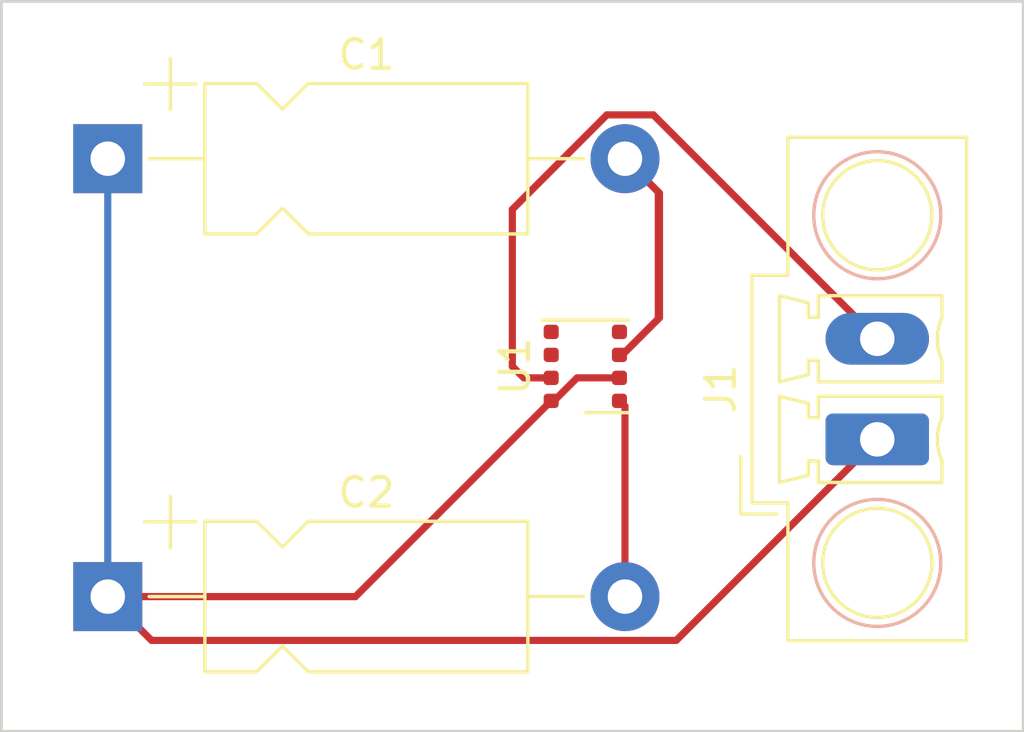
<source format=kicad_pcb>
(kicad_pcb (version 20211014) (generator pcbnew)
  (layers (0 "F.Cu" signal) (31 "B.Cu" signal) (34 "B.Paste" user) (35 "F.Paste" user) (36 "B.SilkS" user "B.Silkscreen") (37 "F.SilkS" user "F.Silkscreen") (38 "B.Mask" user) (39 "F.Mask" user) (44 "Edge.Cuts" user))
  (net 0 "")
  (net 1 "VDD")
  (net 2 "Net-(C1-Pad2)")
  (net 3 "Net-(C2-Pad2)")
  (net 4 "CSB")
  (net 5 "SDI")
  (net 6 "SCK")
  (net 7 "SDO")
  (footprint "Capacitor_THT:CP_Axial_L11.0mm_D5.0mm_P18.00mm_Horizontal" (layer "F.Cu") (at 74.82 63.8925)
    (fp_text reference "C1" (at 9 -3.62) (layer "F.SilkS"))
    (fp_text value "0.1uF")
    (fp_line (start 6.08 -1.72) (end 6.98 -2.62) (layer "F.SilkS") (width 0.12))
    (fp_line (start 5.18 -2.62) (end 6.08 -1.72) (layer "F.SilkS") (width 0.12))
    (fp_line (start 1.44 0) (end 3.38 0) (layer "F.SilkS") (width 0.12))
    (fp_line (start 16.56 0) (end 14.62 0) (layer "F.SilkS") (width 0.12))
    (fp_line (start 5.18 2.62) (end 6.08 1.72) (layer "F.SilkS") (width 0.12))
    (fp_line (start 3.38 -2.62) (end 5.18 -2.62) (layer "F.SilkS") (width 0.12))
    (fp_line (start 1.28 -2.6) (end 3.08 -2.6) (layer "F.SilkS") (width 0.12))
    (fp_line (start 14.62 -2.62) (end 14.62 2.62) (layer "F.SilkS") (width 0.12))
    (fp_line (start 3.38 -2.62) (end 3.38 2.62) (layer "F.SilkS") (width 0.12))
    (fp_line (start 2.18 -3.5) (end 2.18 -1.7) (layer "F.SilkS") (width 0.12))
    (fp_line (start 6.98 -2.62) (end 14.62 -2.62) (layer "F.SilkS") (width 0.12))
    (fp_line (start 6.08 1.72) (end 6.98 2.62) (layer "F.SilkS") (width 0.12))
    (fp_line (start 6.98 2.62) (end 14.62 2.62) (layer "F.SilkS") (width 0.12))
    (fp_line (start 3.38 2.62) (end 5.18 2.62) (layer "F.SilkS") (width 0.12))
    (pad "1" thru_hole rect (at 0 0) (size 2.4 2.4) (drill 1.2) (layers *.Cu *.Mask) (net 1 "VDD"))
    (pad "2" thru_hole oval (at 18 0) (size 2.4 2.4) (drill 1.2) (layers *.Cu *.Mask) (net 2 "Net-(C1-Pad2)"))
  )
  (footprint "Capacitor_THT:CP_Axial_L11.0mm_D5.0mm_P18.00mm_Horizontal" (layer "F.Cu") (at 74.82 79.1325)
    (fp_text reference "C2" (at 9 -3.62) (layer "F.SilkS"))
    (fp_text value "0.1uF")
    (fp_line (start 16.56 0) (end 14.62 0) (layer "F.SilkS") (width 0.12))
    (fp_line (start 6.08 1.72) (end 6.98 2.62) (layer "F.SilkS") (width 0.12))
    (fp_line (start 2.18 -3.5) (end 2.18 -1.7) (layer "F.SilkS") (width 0.12))
    (fp_line (start 6.08 -1.72) (end 6.98 -2.62) (layer "F.SilkS") (width 0.12))
    (fp_line (start 1.44 0) (end 3.38 0) (layer "F.SilkS") (width 0.12))
    (fp_line (start 6.98 -2.62) (end 14.62 -2.62) (layer "F.SilkS") (width 0.12))
    (fp_line (start 3.38 -2.62) (end 3.38 2.62) (layer "F.SilkS") (width 0.12))
    (fp_line (start 3.38 -2.62) (end 5.18 -2.62) (layer "F.SilkS") (width 0.12))
    (fp_line (start 6.98 2.62) (end 14.62 2.62) (layer "F.SilkS") (width 0.12))
    (fp_line (start 5.18 2.62) (end 6.08 1.72) (layer "F.SilkS") (width 0.12))
    (fp_line (start 1.28 -2.6) (end 3.08 -2.6) (layer "F.SilkS") (width 0.12))
    (fp_line (start 3.38 2.62) (end 5.18 2.62) (layer "F.SilkS") (width 0.12))
    (fp_line (start 14.62 -2.62) (end 14.62 2.62) (layer "F.SilkS") (width 0.12))
    (fp_line (start 5.18 -2.62) (end 6.08 -1.72) (layer "F.SilkS") (width 0.12))
    (pad "1" thru_hole rect (at 0 0) (size 2.4 2.4) (drill 1.2) (layers *.Cu *.Mask) (net 1 "VDD"))
    (pad "2" thru_hole oval (at 18 0) (size 2.4 2.4) (drill 1.2) (layers *.Cu *.Mask) (net 3 "Net-(C2-Pad2)"))
  )
  (footprint "Package_LGA:Bosch_LGA-8_3x3mm_P0.8mm_ClockwisePinNumbering" (layer "F.Cu") (at 91.44 71.12 90)
    (fp_text reference "U1" (at 0 -2.45 90) (layer "F.SilkS"))
    (fp_text value "BME680")
    (fp_line (start 1.61 -1.5) (end 1.61 1.5) (layer "F.SilkS") (width 0.12))
    (fp_line (start -1.61 0) (end -1.61 1.5) (layer "F.SilkS") (width 0.12))
    (pad "1" smd roundrect (at -1.2 -1.1875 90) (size 0.5 0.525) (layers "F.Cu" "F.Paste" "F.Mask") (net 1 "VDD"))
    (pad "2" smd roundrect (at -0.4 -1.1875 90) (size 0.5 0.525) (layers "F.Cu" "F.Paste" "F.Mask") (net 4 "CSB"))
    (pad "3" smd roundrect (at 0.4 -1.1875 90) (size 0.5 0.525) (layers "F.Cu" "F.Paste" "F.Mask") (net 5 "SDI"))
    (pad "4" smd roundrect (at 1.2 -1.1875 90) (size 0.5 0.525) (layers "F.Cu" "F.Paste" "F.Mask") (net 6 "SCK"))
    (pad "5" smd roundrect (at 1.2 1.1875 90) (size 0.5 0.525) (layers "F.Cu" "F.Paste" "F.Mask") (net 7 "SDO"))
    (pad "6" smd roundrect (at 0.4 1.1875 90) (size 0.5 0.525) (layers "F.Cu" "F.Paste" "F.Mask") (net 2 "Net-(C1-Pad2)"))
    (pad "7" smd roundrect (at -0.4 1.1875 90) (size 0.5 0.525) (layers "F.Cu" "F.Paste" "F.Mask") (net 1 "VDD"))
    (pad "8" smd roundrect (at -1.2 1.1875 90) (size 0.5 0.525) (layers "F.Cu" "F.Paste" "F.Mask") (net 3 "Net-(C2-Pad2)"))
  )
  (footprint "Connector_Phoenix_MC:PhoenixContact_MCV_1,5_2-GF-3.5_1x02_P3.50mm_Vertical_ThreadedFlange_MountHole" (layer "F.Cu") (at 101.6 73.66 90)
    (fp_text reference "J1" (at 1.75 -5.45 90) (layer "F.SilkS"))
    (fp_text value "Conn_01x08_Male")
    (fp_circle (center 7.8 0) (end 10.01 0) (layer "B.SilkS") (width 0.12) (fill none))
    (fp_circle (center -4.3 0) (end -2.09 0) (layer "B.SilkS") (width 0.12) (fill none))
    (fp_line (start -2.21 -3.11) (end -7.01 -3.11) (layer "F.SilkS") (width 0.12))
    (fp_line (start 4.25 -2.05) (end 5 -2.05) (layer "F.SilkS") (width 0.12))
    (fp_line (start -1.5 -3.4) (end 1.5 -3.4) (layer "F.SilkS") (width 0.12))
    (fp_line (start 2 -3.4) (end 5 -3.4) (layer "F.SilkS") (width 0.12))
    (fp_line (start 2 -2.05) (end 2.75 -2.05) (layer "F.SilkS") (width 0.12))
    (fp_line (start 1.5 -3.4) (end 1.25 -2.4) (layer "F.SilkS") (width 0.12))
    (fp_line (start -2.21 -4.36) (end -2.21 -3.11) (layer "F.SilkS") (width 0.12))
    (fp_line (start -0.75 -2.05) (end -0.75 -2.4) (layer "F.SilkS") (width 0.12))
    (fp_line (start 10.51 3.11) (end 10.51 -3.11) (layer "F.SilkS") (width 0.12))
    (fp_line (start 5 -3.4) (end 4.75 -2.4) (layer "F.SilkS") (width 0.12))
    (fp_line (start -1.25 -2.4) (end -1.5 -3.4) (layer "F.SilkS") (width 0.12))
    (fp_line (start 0.75 -2.4) (end 0.75 -2.05) (layer "F.SilkS") (width 0.12))
    (fp_line (start 5 -2.05) (end 5 2.25) (layer "F.SilkS") (width 0.12))
    (fp_line (start -2.6 -3.5) (end -2.6 -4.75) (layer "F.SilkS") (width 0.12))
    (fp_line (start 5.71 -4.36) (end -2.21 -4.36) (layer "F.SilkS") (width 0.12))
    (fp_line (start -2.6 -4.75) (end -0.6 -4.75) (layer "F.SilkS") (width 0.12))
    (fp_line (start 5 2.25) (end 4.25 2.25) (layer "F.SilkS") (width 0.12))
    (fp_line (start 4.75 -2.4) (end 4.25 -2.4) (layer "F.SilkS") (width 0.12))
    (fp_line (start -1.5 2.25) (end -1.5 -2.05) (layer "F.SilkS") (width 0.12))
    (fp_line (start 2.75 2.25) (end 2 2.25) (layer "F.SilkS") (width 0.12))
    (fp_line (start 10.51 -3.11) (end 5.71 -3.11) (layer "F.SilkS") (width 0.12))
    (fp_line (start 2.75 -2.05) (end 2.75 -2.4) (layer "F.SilkS") (width 0.12))
    (fp_line (start -1.5 -2.05) (end -0.75 -2.05) (layer "F.SilkS") (width 0.12))
    (fp_line (start -7.01 -3.11) (end -7.01 3.11) (layer "F.SilkS") (width 0.12))
    (fp_line (start 2.75 -2.4) (end 2.25 -2.4) (layer "F.SilkS") (width 0.12))
    (fp_line (start 1.25 -2.4) (end 0.75 -2.4) (layer "F.SilkS") (width 0.12))
    (fp_line (start 1.5 2.25) (end 0.75 2.25) (layer "F.SilkS") (width 0.12))
    (fp_line (start 4.25 -2.4) (end 4.25 -2.05) (layer "F.SilkS") (width 0.12))
    (fp_line (start -0.75 -2.4) (end -1.25 -2.4) (layer "F.SilkS") (width 0.12))
    (fp_line (start 2 2.25) (end 2 -2.05) (layer "F.SilkS") (width 0.12))
    (fp_line (start 1.5 -2.05) (end 1.5 2.25) (layer "F.SilkS") (width 0.12))
    (fp_line (start -7.01 3.11) (end 10.51 3.11) (layer "F.SilkS") (width 0.12))
    (fp_line (start 0.75 -2.05) (end 1.5 -2.05) (layer "F.SilkS") (width 0.12))
    (fp_line (start 2.25 -2.4) (end 2 -3.4) (layer "F.SilkS") (width 0.12))
    (fp_line (start -0.75 2.25) (end -1.5 2.25) (layer "F.SilkS") (width 0.12))
    (fp_line (start 5.71 -3.11) (end 5.71 -4.36) (layer "F.SilkS") (width 0.12))
    (fp_arc (start 2.75 2.25) (mid 3.499807 2.09191) (end 4.249647 2.249844) (layer "F.SilkS") (width 0.12))
    (fp_arc (start -0.75 2.25) (mid -0.000193 2.09191) (end 0.749647 2.249844) (layer "F.SilkS") (width 0.12))
    (fp_circle (center -4.3 0) (end -2.4 0) (layer "F.SilkS") (width 0.12) (fill none))
    (fp_circle (center 7.8 0) (end 9.7 0) (layer "F.SilkS") (width 0.12) (fill none))
    (pad "" np_thru_hole circle (at 7.8 0 90) (size 2.4 2.4) (drill 2.4) (layers *.Cu *.Mask))
    (pad "" np_thru_hole circle (at -4.3 0 90) (size 2.4 2.4) (drill 2.4) (layers *.Cu *.Mask))
    (pad "1" thru_hole roundrect (at 0 0 90) (size 1.8 3.6) (drill 1.2) (layers *.Cu *.Mask) (roundrect_rratio 0.138889) (net 1 "VDD"))
    (pad "2" thru_hole oval (at 3.5 0 90) (size 1.8 3.6) (drill 1.2) (layers *.Cu *.Mask) (net 4 "CSB"))
  )
  (gr_line (start 71.12 83.82) (end 96.52 83.82) (layer "Edge.Cuts") (width 0.1))
  (gr_line (start 71.12 58.42) (end 71.12 83.82) (layer "Edge.Cuts") (width 0.1))
  (gr_line (start 106.68 83.82) (end 106.68 58.42) (layer "Edge.Cuts") (width 0.1))
  (gr_line (start 106.68 58.42) (end 71.12 58.42) (layer "Edge.Cuts") (width 0.1))
  (gr_line (start 96.52 83.82) (end 106.68 83.82) (layer "Edge.Cuts") (width 0.1))
  (segment (start 74.82 79.1325) (end 83.44 79.1325) (width 0.25) (layer "F.Cu") (net 1))
  (segment (start 90.350717 72.32) (end 90.2525 72.32) (width 0.25) (layer "F.Cu") (net 1))
  (segment (start 76.344511 80.657011) (end 74.82 79.1325) (width 0.25) (layer "F.Cu") (net 1))
  (segment (start 92.6275 71.52) (end 91.150717 71.52) (width 0.25) (layer "F.Cu") (net 1))
  (segment (start 91.150717 71.52) (end 90.350717 72.32) (width 0.25) (layer "F.Cu") (net 1))
  (segment (start 101.6 73.66) (end 94.602989 80.657011) (width 0.25) (layer "F.Cu") (net 1))
  (segment (start 94.602989 80.657011) (end 76.344511 80.657011) (width 0.25) (layer "F.Cu") (net 1))
  (segment (start 83.44 79.1325) (end 90.2525 72.32) (width 0.25) (layer "F.Cu") (net 1))
  (segment (start 74.82 63.8925) (end 74.82 79.1325) (width 0.25) (layer "B.Cu") (net 1))
  (segment (start 93.98 69.465717) (end 92.725717 70.72) (width 0.25) (layer "F.Cu") (net 2))
  (segment (start 94.02 69.425717) (end 92.725717 70.72) (width 0.25) (layer "F.Cu") (net 2))
  (segment (start 94.02 65.0925) (end 94.02 69.425717) (width 0.25) (layer "F.Cu") (net 2))
  (segment (start 92.82 63.8925) (end 93.98 65.0525) (width 0.25) (layer "F.Cu") (net 2))
  (segment (start 92.82 63.8925) (end 94.02 65.0925) (width 0.25) (layer "F.Cu") (net 2))
  (segment (start 92.725717 70.72) (end 92.6275 70.72) (width 0.25) (layer "F.Cu") (net 2))
  (segment (start 93.98 65.0525) (end 93.98 69.465717) (width 0.25) (layer "F.Cu") (net 2))
  (segment (start 92.82 72.5125) (end 92.6275 72.32) (width 0.25) (layer "F.Cu") (net 3))
  (segment (start 92.82 79.1325) (end 92.82 72.5125) (width 0.25) (layer "F.Cu") (net 3))
  (segment (start 89.3 71.52) (end 90.2525 71.52) (width 0.25) (layer "F.Cu") (net 4))
  (segment (start 101.6 70.16) (end 93.807989 62.367989) (width 0.25) (layer "F.Cu") (net 4))
  (segment (start 88.9 65.656515) (end 88.9 71.12) (width 0.25) (layer "F.Cu") (net 4))
  (segment (start 88.9 71.12) (end 89.3 71.52) (width 0.25) (layer "F.Cu") (net 4))
  (segment (start 92.188526 62.367989) (end 88.9 65.656515) (width 0.25) (layer "F.Cu") (net 4))
  (segment (start 93.807989 62.367989) (end 92.188526 62.367989) (width 0.25) (layer "F.Cu") (net 4))
)
</source>
